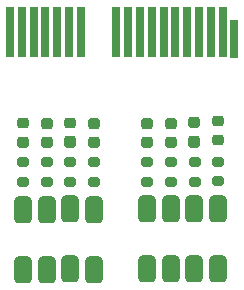
<source format=gbr>
%TF.GenerationSoftware,KiCad,Pcbnew,6.99.0-unknown-e9f8454a67~154~ubuntu22.04.1*%
%TF.CreationDate,2022-11-04T13:42:14+03:00*%
%TF.ProjectId,siglent-la,7369676c-656e-4742-9d6c-612e6b696361,rev?*%
%TF.SameCoordinates,Original*%
%TF.FileFunction,Soldermask,Bot*%
%TF.FilePolarity,Negative*%
%FSLAX46Y46*%
G04 Gerber Fmt 4.6, Leading zero omitted, Abs format (unit mm)*
G04 Created by KiCad (PCBNEW 6.99.0-unknown-e9f8454a67~154~ubuntu22.04.1) date 2022-11-04 13:42:14*
%MOMM*%
%LPD*%
G01*
G04 APERTURE LIST*
G04 Aperture macros list*
%AMRoundRect*
0 Rectangle with rounded corners*
0 $1 Rounding radius*
0 $2 $3 $4 $5 $6 $7 $8 $9 X,Y pos of 4 corners*
0 Add a 4 corners polygon primitive as box body*
4,1,4,$2,$3,$4,$5,$6,$7,$8,$9,$2,$3,0*
0 Add four circle primitives for the rounded corners*
1,1,$1+$1,$2,$3*
1,1,$1+$1,$4,$5*
1,1,$1+$1,$6,$7*
1,1,$1+$1,$8,$9*
0 Add four rect primitives between the rounded corners*
20,1,$1+$1,$2,$3,$4,$5,0*
20,1,$1+$1,$4,$5,$6,$7,0*
20,1,$1+$1,$6,$7,$8,$9,0*
20,1,$1+$1,$8,$9,$2,$3,0*%
G04 Aperture macros list end*
%ADD10RoundRect,0.381000X-0.381000X0.762000X-0.381000X-0.762000X0.381000X-0.762000X0.381000X0.762000X0*%
%ADD11RoundRect,0.200000X0.275000X-0.200000X0.275000X0.200000X-0.275000X0.200000X-0.275000X-0.200000X0*%
%ADD12R,0.700000X4.300000*%
%ADD13R,0.700000X3.200000*%
%ADD14RoundRect,0.225000X0.250000X-0.225000X0.250000X0.225000X-0.250000X0.225000X-0.250000X-0.225000X0*%
G04 APERTURE END LIST*
D10*
%TO.C,U8*%
X119000000Y-81960000D03*
X119000000Y-87040000D03*
%TD*%
%TO.C,U7*%
X117000000Y-81960000D03*
X117000000Y-87040000D03*
%TD*%
%TO.C,U6*%
X115000000Y-81960000D03*
X115000000Y-87040000D03*
%TD*%
%TO.C,U5*%
X113000000Y-81960000D03*
X113000000Y-87040000D03*
%TD*%
%TO.C,U4*%
X108500000Y-87080000D03*
X108500000Y-82000000D03*
%TD*%
%TO.C,U3*%
X106500000Y-87040000D03*
X106500000Y-81960000D03*
%TD*%
%TO.C,U2*%
X104500000Y-82000000D03*
X104500000Y-87080000D03*
%TD*%
%TO.C,U1*%
X102500000Y-87080000D03*
X102500000Y-82000000D03*
%TD*%
D11*
%TO.C,R16*%
X119000000Y-74475000D03*
X119000000Y-76125000D03*
%TD*%
%TO.C,R15*%
X119000000Y-79600000D03*
X119000000Y-77950000D03*
%TD*%
%TO.C,R14*%
X117000000Y-74675000D03*
X117000000Y-76325000D03*
%TD*%
%TO.C,R13*%
X117100000Y-78000000D03*
X117100000Y-79650000D03*
%TD*%
%TO.C,R12*%
X115000000Y-74700000D03*
X115000000Y-76350000D03*
%TD*%
%TO.C,R11*%
X115000000Y-79650000D03*
X115000000Y-78000000D03*
%TD*%
%TO.C,R10*%
X113000000Y-74675000D03*
X113000000Y-76325000D03*
%TD*%
%TO.C,R9*%
X113000000Y-79625000D03*
X113000000Y-77975000D03*
%TD*%
%TO.C,R8*%
X108500000Y-76325000D03*
X108500000Y-74675000D03*
%TD*%
%TO.C,R7*%
X108500000Y-78000000D03*
X108500000Y-79650000D03*
%TD*%
%TO.C,R6*%
X106500000Y-74675000D03*
X106500000Y-76325000D03*
%TD*%
%TO.C,R5*%
X106500000Y-78000000D03*
X106500000Y-79650000D03*
%TD*%
%TO.C,R4*%
X104500000Y-76325000D03*
X104500000Y-74675000D03*
%TD*%
%TO.C,R3*%
X104500000Y-79650000D03*
X104500000Y-78000000D03*
%TD*%
%TO.C,R2*%
X102500000Y-74675000D03*
X102500000Y-76325000D03*
%TD*%
%TO.C,R1*%
X102500000Y-78000000D03*
X102500000Y-79650000D03*
%TD*%
D12*
%TO.C,J1*%
X101399999Y-66999999D03*
X102399999Y-66999999D03*
X103399999Y-66999999D03*
X104399999Y-66999999D03*
X105399999Y-66999999D03*
X106399999Y-66999999D03*
X107399999Y-66999999D03*
X110399999Y-66999999D03*
X111399999Y-66999999D03*
X112399999Y-66999999D03*
X113399999Y-66999999D03*
X114399999Y-66999999D03*
X115399999Y-66999999D03*
X116399999Y-66999999D03*
X117399999Y-66999999D03*
X118399999Y-66999999D03*
X119399999Y-66999999D03*
D13*
X120399999Y-67549999D03*
%TD*%
D14*
%TO.C,C8*%
X119000000Y-74525000D03*
X119000000Y-76075000D03*
%TD*%
%TO.C,C7*%
X117000000Y-74625000D03*
X117000000Y-76175000D03*
%TD*%
%TO.C,C6*%
X115000000Y-74750000D03*
X115000000Y-76300000D03*
%TD*%
%TO.C,C5*%
X113000000Y-74725000D03*
X113000000Y-76275000D03*
%TD*%
%TO.C,C4*%
X108500000Y-74725000D03*
X108500000Y-76275000D03*
%TD*%
%TO.C,C3*%
X106500000Y-74675000D03*
X106500000Y-76225000D03*
%TD*%
%TO.C,C2*%
X104500000Y-76275000D03*
X104500000Y-74725000D03*
%TD*%
%TO.C,C1*%
X102500000Y-76250000D03*
X102500000Y-74700000D03*
%TD*%
M02*

</source>
